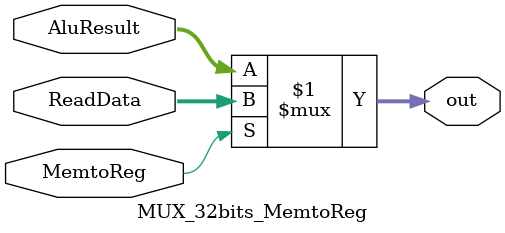
<source format=v>
module MUX_32bits_MemtoReg(
    input wire[31:0] ReadData,
    input wire[31:0] AluResult,
    input wire MemtoReg,
    output wire[31:0] out
);

assign out = MemtoReg ? ReadData : AluResult;

endmodule
</source>
